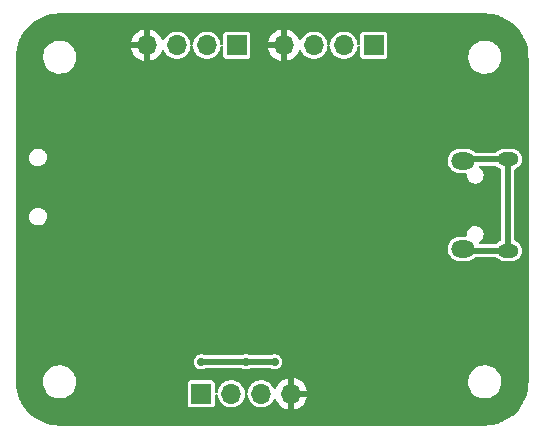
<source format=gbr>
%TF.GenerationSoftware,KiCad,Pcbnew,(6.0.1)*%
%TF.CreationDate,2022-08-30T01:47:07+05:30*%
%TF.ProjectId,STM32,53544d33-322e-46b6-9963-61645f706362,rev?*%
%TF.SameCoordinates,Original*%
%TF.FileFunction,Copper,L2,Bot*%
%TF.FilePolarity,Positive*%
%FSLAX46Y46*%
G04 Gerber Fmt 4.6, Leading zero omitted, Abs format (unit mm)*
G04 Created by KiCad (PCBNEW (6.0.1)) date 2022-08-30 01:47:07*
%MOMM*%
%LPD*%
G01*
G04 APERTURE LIST*
%TA.AperFunction,ComponentPad*%
%ADD10O,1.800000X1.150000*%
%TD*%
%TA.AperFunction,ComponentPad*%
%ADD11O,2.000000X1.450000*%
%TD*%
%TA.AperFunction,ComponentPad*%
%ADD12R,1.700000X1.700000*%
%TD*%
%TA.AperFunction,ComponentPad*%
%ADD13O,1.700000X1.700000*%
%TD*%
%TA.AperFunction,ViaPad*%
%ADD14C,0.700000*%
%TD*%
%TA.AperFunction,Conductor*%
%ADD15C,0.500000*%
%TD*%
G04 APERTURE END LIST*
D10*
%TO.P,J4,6,Shield*%
%TO.N,unconnected-(J4-Pad6)*%
X189950000Y-100630000D03*
X189950000Y-108380000D03*
D11*
X186150000Y-100780000D03*
X186150000Y-108230000D03*
%TD*%
D12*
%TO.P,J3,1,Pin_1*%
%TO.N,+3V3*%
X178600000Y-91000000D03*
D13*
%TO.P,J3,2,Pin_2*%
%TO.N,/SWDIO*%
X176060000Y-91000000D03*
%TO.P,J3,3,Pin_3*%
%TO.N,/SWCLK*%
X173520000Y-91000000D03*
%TO.P,J3,4,Pin_4*%
%TO.N,GND*%
X170980000Y-91000000D03*
%TD*%
D12*
%TO.P,J2,1,Pin_1*%
%TO.N,+3V3*%
X164000000Y-120500000D03*
D13*
%TO.P,J2,2,Pin_2*%
%TO.N,/I2C2_SCL*%
X166540000Y-120500000D03*
%TO.P,J2,3,Pin_3*%
%TO.N,/I2C2_SDA*%
X169080000Y-120500000D03*
%TO.P,J2,4,Pin_4*%
%TO.N,GND*%
X171620000Y-120500000D03*
%TD*%
D12*
%TO.P,J1,1,Pin_1*%
%TO.N,+3V3*%
X167000000Y-91000000D03*
D13*
%TO.P,J1,2,Pin_2*%
%TO.N,/UART1_TX*%
X164460000Y-91000000D03*
%TO.P,J1,3,Pin_3*%
%TO.N,/UART1_RX*%
X161920000Y-91000000D03*
%TO.P,J1,4,Pin_4*%
%TO.N,GND*%
X159380000Y-91000000D03*
%TD*%
D14*
%TO.N,GND*%
X184000000Y-102800000D03*
X160600000Y-113400000D03*
X160960545Y-105113198D03*
X161000000Y-107000000D03*
X152200000Y-103200000D03*
X177200000Y-104000000D03*
X158400000Y-102200000D03*
X156600000Y-108000000D03*
%TO.N,+3V3*%
X164000000Y-117800000D03*
X167800000Y-117800000D03*
X170200000Y-117800000D03*
%TO.N,GND*%
X184400000Y-113600000D03*
X180400000Y-110600000D03*
X180400000Y-109400000D03*
X180600000Y-114000000D03*
X179800000Y-114000000D03*
X186800000Y-110400000D03*
X166500000Y-103500000D03*
X168500000Y-112500000D03*
X165589440Y-106968696D03*
X170500000Y-108000000D03*
X162000000Y-100000000D03*
%TD*%
D15*
%TO.N,unconnected-(J4-Pad6)*%
X186300000Y-108380000D02*
X186150000Y-108230000D01*
X189950000Y-108380000D02*
X186300000Y-108380000D01*
X189950000Y-100630000D02*
X189950000Y-108380000D01*
X189950000Y-100630000D02*
X186300000Y-100630000D01*
X186300000Y-100630000D02*
X186150000Y-100780000D01*
%TO.N,+3V3*%
X167800000Y-117800000D02*
X164000000Y-117800000D01*
X167800000Y-117800000D02*
X170200000Y-117800000D01*
%TD*%
%TA.AperFunction,Conductor*%
%TO.N,GND*%
G36*
X187984438Y-88301884D02*
G01*
X188000000Y-88304628D01*
X188010684Y-88302744D01*
X188017679Y-88302744D01*
X188034432Y-88301691D01*
X188356589Y-88317519D01*
X188368686Y-88318710D01*
X188598962Y-88352868D01*
X188715806Y-88370200D01*
X188727742Y-88372574D01*
X189068152Y-88457843D01*
X189079796Y-88461376D01*
X189410184Y-88579591D01*
X189421427Y-88584247D01*
X189738666Y-88734289D01*
X189749398Y-88740026D01*
X190050380Y-88920428D01*
X190060497Y-88927188D01*
X190342366Y-89136235D01*
X190351753Y-89143938D01*
X190611789Y-89379621D01*
X190620379Y-89388211D01*
X190856062Y-89648247D01*
X190863765Y-89657634D01*
X191072812Y-89939503D01*
X191079572Y-89949620D01*
X191259974Y-90250602D01*
X191265711Y-90261334D01*
X191415753Y-90578573D01*
X191420409Y-90589816D01*
X191538624Y-90920204D01*
X191542157Y-90931848D01*
X191627426Y-91272258D01*
X191629800Y-91284194D01*
X191644039Y-91380189D01*
X191677064Y-91602822D01*
X191681289Y-91631308D01*
X191682481Y-91643411D01*
X191697653Y-91952219D01*
X191698309Y-91965566D01*
X191697256Y-91982321D01*
X191697256Y-91989316D01*
X191695372Y-92000000D01*
X191697256Y-92010685D01*
X191698116Y-92015562D01*
X191700000Y-92037094D01*
X191700000Y-119462906D01*
X191698116Y-119484438D01*
X191695372Y-119500000D01*
X191697256Y-119510684D01*
X191697256Y-119517679D01*
X191698309Y-119534432D01*
X191689727Y-119709122D01*
X191682482Y-119856583D01*
X191681290Y-119868686D01*
X191676829Y-119898758D01*
X191629800Y-120215806D01*
X191627426Y-120227742D01*
X191542157Y-120568152D01*
X191538624Y-120579796D01*
X191420409Y-120910184D01*
X191415753Y-120921427D01*
X191265711Y-121238666D01*
X191259974Y-121249398D01*
X191079572Y-121550380D01*
X191072812Y-121560497D01*
X190863765Y-121842366D01*
X190856062Y-121851753D01*
X190620379Y-122111789D01*
X190611789Y-122120379D01*
X190351753Y-122356062D01*
X190342366Y-122363765D01*
X190060497Y-122572812D01*
X190050380Y-122579572D01*
X189749398Y-122759974D01*
X189738666Y-122765711D01*
X189421427Y-122915753D01*
X189410184Y-122920409D01*
X189079796Y-123038624D01*
X189068152Y-123042157D01*
X188727742Y-123127426D01*
X188715806Y-123129800D01*
X188598962Y-123147132D01*
X188368686Y-123181290D01*
X188356589Y-123182481D01*
X188034432Y-123198309D01*
X188017679Y-123197256D01*
X188010684Y-123197256D01*
X188000000Y-123195372D01*
X187989315Y-123197256D01*
X187984438Y-123198116D01*
X187962906Y-123200000D01*
X152037094Y-123200000D01*
X152015562Y-123198116D01*
X152010685Y-123197256D01*
X152000000Y-123195372D01*
X151989316Y-123197256D01*
X151982321Y-123197256D01*
X151965568Y-123198309D01*
X151643411Y-123182481D01*
X151631314Y-123181290D01*
X151401038Y-123147132D01*
X151284194Y-123129800D01*
X151272258Y-123127426D01*
X150931848Y-123042157D01*
X150920204Y-123038624D01*
X150589816Y-122920409D01*
X150578573Y-122915753D01*
X150261334Y-122765711D01*
X150250602Y-122759974D01*
X149949620Y-122579572D01*
X149939503Y-122572812D01*
X149657634Y-122363765D01*
X149648247Y-122356062D01*
X149388211Y-122120379D01*
X149379621Y-122111789D01*
X149143938Y-121851753D01*
X149136235Y-121842366D01*
X148927188Y-121560497D01*
X148920428Y-121550380D01*
X148827084Y-121394646D01*
X162849500Y-121394646D01*
X162852618Y-121420846D01*
X162898061Y-121523153D01*
X162977287Y-121602241D01*
X162987758Y-121606870D01*
X162987759Y-121606871D01*
X163071147Y-121643737D01*
X163071149Y-121643738D01*
X163079673Y-121647506D01*
X163105354Y-121650500D01*
X164894646Y-121650500D01*
X164898300Y-121650065D01*
X164898302Y-121650065D01*
X164903266Y-121649474D01*
X164920846Y-121647382D01*
X165023153Y-121601939D01*
X165102241Y-121522713D01*
X165147506Y-121420327D01*
X165150500Y-121394646D01*
X165150500Y-120680300D01*
X165170185Y-120613261D01*
X165222989Y-120567506D01*
X165292147Y-120557562D01*
X165355703Y-120586587D01*
X165393477Y-120645365D01*
X165398234Y-120672190D01*
X165398423Y-120675072D01*
X165398425Y-120675082D01*
X165398796Y-120680749D01*
X165450845Y-120885690D01*
X165453219Y-120890841D01*
X165453221Y-120890845D01*
X165490908Y-120972594D01*
X165539369Y-121077714D01*
X165542647Y-121082352D01*
X165653119Y-121238666D01*
X165661405Y-121250391D01*
X165812865Y-121397937D01*
X165817588Y-121401093D01*
X165817592Y-121401096D01*
X165888663Y-121448584D01*
X165988677Y-121515411D01*
X166182953Y-121598878D01*
X166218277Y-121606871D01*
X166383638Y-121644289D01*
X166383642Y-121644290D01*
X166389186Y-121645544D01*
X166515315Y-121650500D01*
X166594789Y-121653623D01*
X166594791Y-121653623D01*
X166600470Y-121653846D01*
X166606090Y-121653031D01*
X166606092Y-121653031D01*
X166804103Y-121624320D01*
X166804104Y-121624320D01*
X166809730Y-121623504D01*
X166828588Y-121617103D01*
X167004565Y-121557367D01*
X167004568Y-121557366D01*
X167009955Y-121555537D01*
X167014916Y-121552759D01*
X167014922Y-121552756D01*
X167121530Y-121493052D01*
X167194442Y-121452219D01*
X167232165Y-121420846D01*
X167352645Y-121320644D01*
X167357012Y-121317012D01*
X167360644Y-121312645D01*
X167488584Y-121158813D01*
X167488585Y-121158811D01*
X167492219Y-121154442D01*
X167538078Y-121072556D01*
X167592756Y-120974922D01*
X167592759Y-120974916D01*
X167595537Y-120969955D01*
X167611232Y-120923721D01*
X167661675Y-120775118D01*
X167663504Y-120769730D01*
X167665726Y-120754404D01*
X167687820Y-120602033D01*
X167716921Y-120538512D01*
X167770225Y-120504346D01*
X167850974Y-120504346D01*
X167904347Y-120538736D01*
X167933296Y-120602327D01*
X167934271Y-120611707D01*
X167938796Y-120680749D01*
X167990845Y-120885690D01*
X167993219Y-120890841D01*
X167993221Y-120890845D01*
X168030908Y-120972594D01*
X168079369Y-121077714D01*
X168082647Y-121082352D01*
X168193119Y-121238666D01*
X168201405Y-121250391D01*
X168352865Y-121397937D01*
X168357588Y-121401093D01*
X168357592Y-121401096D01*
X168428663Y-121448584D01*
X168528677Y-121515411D01*
X168722953Y-121598878D01*
X168758277Y-121606871D01*
X168923638Y-121644289D01*
X168923642Y-121644290D01*
X168929186Y-121645544D01*
X169055315Y-121650500D01*
X169134789Y-121653623D01*
X169134791Y-121653623D01*
X169140470Y-121653846D01*
X169146090Y-121653031D01*
X169146092Y-121653031D01*
X169344103Y-121624320D01*
X169344104Y-121624320D01*
X169349730Y-121623504D01*
X169368588Y-121617103D01*
X169544565Y-121557367D01*
X169544568Y-121557366D01*
X169549955Y-121555537D01*
X169554916Y-121552759D01*
X169554922Y-121552756D01*
X169661530Y-121493052D01*
X169734442Y-121452219D01*
X169772165Y-121420846D01*
X169892645Y-121320644D01*
X169897012Y-121317012D01*
X169900644Y-121312645D01*
X170028584Y-121158813D01*
X170028585Y-121158811D01*
X170032219Y-121154442D01*
X170134059Y-120972594D01*
X170183990Y-120923721D01*
X170252418Y-120909601D01*
X170317617Y-120934717D01*
X170354630Y-120980778D01*
X170444110Y-121172667D01*
X170449508Y-121182017D01*
X170578784Y-121366643D01*
X170585719Y-121374907D01*
X170745091Y-121534279D01*
X170753357Y-121541215D01*
X170937992Y-121670498D01*
X170947324Y-121675886D01*
X171151603Y-121771143D01*
X171161736Y-121774832D01*
X171352779Y-121826022D01*
X171366653Y-121825691D01*
X171370000Y-121817875D01*
X171370000Y-121812806D01*
X171870000Y-121812806D01*
X171873910Y-121826123D01*
X171882326Y-121827333D01*
X172078264Y-121774832D01*
X172088397Y-121771143D01*
X172292676Y-121675886D01*
X172302008Y-121670498D01*
X172486643Y-121541215D01*
X172494909Y-121534279D01*
X172654281Y-121374907D01*
X172661216Y-121366643D01*
X172790492Y-121182017D01*
X172795890Y-121172667D01*
X172891143Y-120968397D01*
X172894832Y-120958264D01*
X172946022Y-120767221D01*
X172945691Y-120753347D01*
X172937875Y-120750000D01*
X171887830Y-120750000D01*
X171872831Y-120754404D01*
X171871644Y-120755774D01*
X171870000Y-120763332D01*
X171870000Y-121812806D01*
X171370000Y-121812806D01*
X171370000Y-120232170D01*
X171870000Y-120232170D01*
X171874404Y-120247169D01*
X171875774Y-120248356D01*
X171883332Y-120250000D01*
X172932806Y-120250000D01*
X172946123Y-120246090D01*
X172947333Y-120237674D01*
X172894832Y-120041736D01*
X172891143Y-120031603D01*
X172795890Y-119827333D01*
X172790492Y-119817983D01*
X172661216Y-119633357D01*
X172654281Y-119625093D01*
X172494909Y-119465721D01*
X172486643Y-119458785D01*
X172450945Y-119433789D01*
X186595996Y-119433789D01*
X186604913Y-119671295D01*
X186605990Y-119676430D01*
X186605991Y-119676435D01*
X186652639Y-119898758D01*
X186653719Y-119903904D01*
X186741020Y-120124963D01*
X186743741Y-120129447D01*
X186743743Y-120129451D01*
X186815897Y-120248356D01*
X186864319Y-120328153D01*
X186929386Y-120403136D01*
X187013440Y-120500000D01*
X187020090Y-120507664D01*
X187203880Y-120658362D01*
X187208441Y-120660958D01*
X187208442Y-120660959D01*
X187405875Y-120773345D01*
X187405880Y-120773347D01*
X187410433Y-120775939D01*
X187633844Y-120857034D01*
X187867725Y-120899326D01*
X187892619Y-120900500D01*
X188059680Y-120900500D01*
X188062296Y-120900278D01*
X188062297Y-120900278D01*
X188231590Y-120885913D01*
X188236823Y-120885469D01*
X188466874Y-120825760D01*
X188683576Y-120728143D01*
X188880732Y-120595409D01*
X189052705Y-120431355D01*
X189194579Y-120240670D01*
X189204156Y-120221834D01*
X189299913Y-120033493D01*
X189299915Y-120033488D01*
X189302295Y-120028807D01*
X189372775Y-119801824D01*
X189382710Y-119726867D01*
X189403315Y-119571412D01*
X189403315Y-119571408D01*
X189404004Y-119566211D01*
X189395819Y-119348207D01*
X189395284Y-119333949D01*
X189395284Y-119333948D01*
X189395087Y-119328705D01*
X189367700Y-119198176D01*
X189347361Y-119101242D01*
X189347360Y-119101239D01*
X189346281Y-119096096D01*
X189258980Y-118875037D01*
X189191607Y-118764009D01*
X189138408Y-118676341D01*
X189135681Y-118671847D01*
X188979910Y-118492336D01*
X188825255Y-118365527D01*
X188800179Y-118344966D01*
X188800178Y-118344965D01*
X188796120Y-118341638D01*
X188782939Y-118334135D01*
X188594125Y-118226655D01*
X188594120Y-118226653D01*
X188589567Y-118224061D01*
X188366156Y-118142966D01*
X188132275Y-118100674D01*
X188107381Y-118099500D01*
X187940320Y-118099500D01*
X187937704Y-118099722D01*
X187937703Y-118099722D01*
X187831307Y-118108750D01*
X187763177Y-118114531D01*
X187533126Y-118174240D01*
X187316424Y-118271857D01*
X187119268Y-118404591D01*
X186947295Y-118568645D01*
X186805421Y-118759330D01*
X186803042Y-118764008D01*
X186803042Y-118764009D01*
X186748875Y-118870549D01*
X186697705Y-118971193D01*
X186627225Y-119198176D01*
X186626534Y-119203386D01*
X186626534Y-119203388D01*
X186599658Y-119406163D01*
X186595996Y-119433789D01*
X172450945Y-119433789D01*
X172302008Y-119329502D01*
X172292676Y-119324114D01*
X172088397Y-119228857D01*
X172078264Y-119225168D01*
X171887221Y-119173978D01*
X171873347Y-119174309D01*
X171870000Y-119182125D01*
X171870000Y-120232170D01*
X171370000Y-120232170D01*
X171370000Y-119187194D01*
X171366090Y-119173877D01*
X171357674Y-119172667D01*
X171161736Y-119225168D01*
X171151603Y-119228857D01*
X170947333Y-119324110D01*
X170937983Y-119329508D01*
X170753357Y-119458784D01*
X170745093Y-119465719D01*
X170585719Y-119625093D01*
X170578784Y-119633357D01*
X170449508Y-119817983D01*
X170444110Y-119827333D01*
X170352664Y-120023438D01*
X170306491Y-120075877D01*
X170239298Y-120095029D01*
X170172417Y-120074813D01*
X170129071Y-120025878D01*
X170065165Y-119896290D01*
X169938651Y-119726867D01*
X169934481Y-119723012D01*
X169934478Y-119723009D01*
X169828552Y-119625093D01*
X169783381Y-119583337D01*
X169777574Y-119579673D01*
X169609363Y-119473539D01*
X169609361Y-119473538D01*
X169604554Y-119470505D01*
X169408160Y-119392152D01*
X169402579Y-119391042D01*
X169402576Y-119391041D01*
X169304468Y-119371527D01*
X169200775Y-119350901D01*
X169195088Y-119350827D01*
X169195083Y-119350826D01*
X168995034Y-119348207D01*
X168995029Y-119348207D01*
X168989346Y-119348133D01*
X168983742Y-119349096D01*
X168983741Y-119349096D01*
X168786550Y-119382979D01*
X168786547Y-119382980D01*
X168780953Y-119383941D01*
X168582575Y-119457127D01*
X168577697Y-119460029D01*
X168577695Y-119460030D01*
X168405740Y-119562332D01*
X168405737Y-119562334D01*
X168400856Y-119565238D01*
X168241881Y-119704655D01*
X168238362Y-119709119D01*
X168238359Y-119709122D01*
X168220782Y-119731419D01*
X168110976Y-119870708D01*
X168012523Y-120057836D01*
X168010837Y-120063267D01*
X168010835Y-120063271D01*
X167990286Y-120129451D01*
X167949820Y-120259773D01*
X167932851Y-120403140D01*
X167905425Y-120467398D01*
X167850974Y-120504346D01*
X167770225Y-120504346D01*
X167770667Y-120504063D01*
X167718057Y-120472081D01*
X167687453Y-120409271D01*
X167686232Y-120399909D01*
X167676601Y-120295100D01*
X167676081Y-120289440D01*
X167618686Y-120085931D01*
X167525165Y-119896290D01*
X167398651Y-119726867D01*
X167394481Y-119723012D01*
X167394478Y-119723009D01*
X167288552Y-119625093D01*
X167243381Y-119583337D01*
X167237574Y-119579673D01*
X167069363Y-119473539D01*
X167069361Y-119473538D01*
X167064554Y-119470505D01*
X166868160Y-119392152D01*
X166862579Y-119391042D01*
X166862576Y-119391041D01*
X166764468Y-119371527D01*
X166660775Y-119350901D01*
X166655088Y-119350827D01*
X166655083Y-119350826D01*
X166455034Y-119348207D01*
X166455029Y-119348207D01*
X166449346Y-119348133D01*
X166443742Y-119349096D01*
X166443741Y-119349096D01*
X166246550Y-119382979D01*
X166246547Y-119382980D01*
X166240953Y-119383941D01*
X166042575Y-119457127D01*
X166037697Y-119460029D01*
X166037695Y-119460030D01*
X165865740Y-119562332D01*
X165865737Y-119562334D01*
X165860856Y-119565238D01*
X165701881Y-119704655D01*
X165698362Y-119709119D01*
X165698359Y-119709122D01*
X165680782Y-119731419D01*
X165570976Y-119870708D01*
X165472523Y-120057836D01*
X165470837Y-120063267D01*
X165470835Y-120063271D01*
X165450286Y-120129451D01*
X165409820Y-120259773D01*
X165409152Y-120265418D01*
X165409151Y-120265422D01*
X165397640Y-120362681D01*
X165370213Y-120426942D01*
X165312397Y-120466173D01*
X165242549Y-120467919D01*
X165182845Y-120431625D01*
X165152241Y-120368814D01*
X165150500Y-120348106D01*
X165150500Y-119605354D01*
X165147382Y-119579154D01*
X165101939Y-119476847D01*
X165022713Y-119397759D01*
X165012242Y-119393130D01*
X165012241Y-119393129D01*
X164928853Y-119356263D01*
X164928851Y-119356262D01*
X164920327Y-119352494D01*
X164894646Y-119349500D01*
X163105354Y-119349500D01*
X163101700Y-119349935D01*
X163101698Y-119349935D01*
X163096734Y-119350526D01*
X163079154Y-119352618D01*
X162976847Y-119398061D01*
X162897759Y-119477287D01*
X162893130Y-119487758D01*
X162893129Y-119487759D01*
X162858446Y-119566211D01*
X162852494Y-119579673D01*
X162849500Y-119605354D01*
X162849500Y-121394646D01*
X148827084Y-121394646D01*
X148740026Y-121249398D01*
X148734289Y-121238666D01*
X148584247Y-120921427D01*
X148579591Y-120910184D01*
X148461376Y-120579796D01*
X148457843Y-120568152D01*
X148372574Y-120227742D01*
X148370200Y-120215806D01*
X148323171Y-119898758D01*
X148318710Y-119868686D01*
X148317518Y-119856583D01*
X148310274Y-119709122D01*
X148301691Y-119534432D01*
X148302744Y-119517679D01*
X148302744Y-119510684D01*
X148304628Y-119500000D01*
X148301884Y-119484438D01*
X148300000Y-119462906D01*
X148300000Y-119433789D01*
X150595996Y-119433789D01*
X150604913Y-119671295D01*
X150605990Y-119676430D01*
X150605991Y-119676435D01*
X150652639Y-119898758D01*
X150653719Y-119903904D01*
X150741020Y-120124963D01*
X150743741Y-120129447D01*
X150743743Y-120129451D01*
X150815897Y-120248356D01*
X150864319Y-120328153D01*
X150929386Y-120403136D01*
X151013440Y-120500000D01*
X151020090Y-120507664D01*
X151203880Y-120658362D01*
X151208441Y-120660958D01*
X151208442Y-120660959D01*
X151405875Y-120773345D01*
X151405880Y-120773347D01*
X151410433Y-120775939D01*
X151633844Y-120857034D01*
X151867725Y-120899326D01*
X151892619Y-120900500D01*
X152059680Y-120900500D01*
X152062296Y-120900278D01*
X152062297Y-120900278D01*
X152231590Y-120885913D01*
X152236823Y-120885469D01*
X152466874Y-120825760D01*
X152683576Y-120728143D01*
X152880732Y-120595409D01*
X153052705Y-120431355D01*
X153194579Y-120240670D01*
X153204156Y-120221834D01*
X153299913Y-120033493D01*
X153299915Y-120033488D01*
X153302295Y-120028807D01*
X153372775Y-119801824D01*
X153382710Y-119726867D01*
X153403315Y-119571412D01*
X153403315Y-119571408D01*
X153404004Y-119566211D01*
X153395819Y-119348207D01*
X153395284Y-119333949D01*
X153395284Y-119333948D01*
X153395087Y-119328705D01*
X153367700Y-119198176D01*
X153347361Y-119101242D01*
X153347360Y-119101239D01*
X153346281Y-119096096D01*
X153258980Y-118875037D01*
X153191607Y-118764009D01*
X153138408Y-118676341D01*
X153135681Y-118671847D01*
X152979910Y-118492336D01*
X152825255Y-118365527D01*
X152800179Y-118344966D01*
X152800178Y-118344965D01*
X152796120Y-118341638D01*
X152782939Y-118334135D01*
X152594125Y-118226655D01*
X152594120Y-118226653D01*
X152589567Y-118224061D01*
X152366156Y-118142966D01*
X152132275Y-118100674D01*
X152107381Y-118099500D01*
X151940320Y-118099500D01*
X151937704Y-118099722D01*
X151937703Y-118099722D01*
X151831307Y-118108750D01*
X151763177Y-118114531D01*
X151533126Y-118174240D01*
X151316424Y-118271857D01*
X151119268Y-118404591D01*
X150947295Y-118568645D01*
X150805421Y-118759330D01*
X150803042Y-118764008D01*
X150803042Y-118764009D01*
X150748875Y-118870549D01*
X150697705Y-118971193D01*
X150627225Y-119198176D01*
X150626534Y-119203386D01*
X150626534Y-119203388D01*
X150599658Y-119406163D01*
X150595996Y-119433789D01*
X148300000Y-119433789D01*
X148300000Y-117793138D01*
X163344758Y-117793138D01*
X163345578Y-117800566D01*
X163345578Y-117800568D01*
X163347474Y-117817744D01*
X163362035Y-117949633D01*
X163416143Y-118097490D01*
X163420314Y-118103697D01*
X163469167Y-118176397D01*
X163503958Y-118228172D01*
X163526183Y-118248395D01*
X163614878Y-118329102D01*
X163614882Y-118329105D01*
X163620410Y-118334135D01*
X163626980Y-118337702D01*
X163626981Y-118337703D01*
X163744775Y-118401660D01*
X163758776Y-118409262D01*
X163861031Y-118436088D01*
X163903841Y-118447319D01*
X163903843Y-118447319D01*
X163911069Y-118449215D01*
X163988127Y-118450425D01*
X164061025Y-118451571D01*
X164061028Y-118451571D01*
X164068495Y-118451688D01*
X164075776Y-118450020D01*
X164075780Y-118450020D01*
X164214677Y-118418208D01*
X164214678Y-118418208D01*
X164221968Y-118416538D01*
X164326981Y-118363722D01*
X164382697Y-118350500D01*
X167419058Y-118350500D01*
X167478226Y-118365527D01*
X167558776Y-118409262D01*
X167661031Y-118436088D01*
X167703841Y-118447319D01*
X167703843Y-118447319D01*
X167711069Y-118449215D01*
X167788127Y-118450425D01*
X167861025Y-118451571D01*
X167861028Y-118451571D01*
X167868495Y-118451688D01*
X167875776Y-118450020D01*
X167875780Y-118450020D01*
X168014677Y-118418208D01*
X168014678Y-118418208D01*
X168021968Y-118416538D01*
X168126981Y-118363722D01*
X168182697Y-118350500D01*
X169819058Y-118350500D01*
X169878226Y-118365527D01*
X169958776Y-118409262D01*
X170061031Y-118436088D01*
X170103841Y-118447319D01*
X170103843Y-118447319D01*
X170111069Y-118449215D01*
X170188127Y-118450425D01*
X170261025Y-118451571D01*
X170261028Y-118451571D01*
X170268495Y-118451688D01*
X170275776Y-118450020D01*
X170275780Y-118450020D01*
X170414681Y-118418207D01*
X170421968Y-118416538D01*
X170562625Y-118345795D01*
X170568306Y-118340943D01*
X170568309Y-118340941D01*
X170676666Y-118248395D01*
X170676667Y-118248394D01*
X170682348Y-118243542D01*
X170693393Y-118228172D01*
X170713798Y-118199775D01*
X170774224Y-118115683D01*
X170832950Y-117969598D01*
X170834793Y-117956649D01*
X170854562Y-117817744D01*
X170854562Y-117817740D01*
X170855134Y-117813723D01*
X170855278Y-117800000D01*
X170836363Y-117643694D01*
X170780710Y-117496412D01*
X170772337Y-117484229D01*
X170695768Y-117372821D01*
X170695765Y-117372818D01*
X170691531Y-117366657D01*
X170573976Y-117261919D01*
X170434831Y-117188245D01*
X170282128Y-117149889D01*
X170200329Y-117149461D01*
X170132158Y-117149104D01*
X170132157Y-117149104D01*
X170124684Y-117149065D01*
X170117421Y-117150809D01*
X170117418Y-117150809D01*
X170048136Y-117167443D01*
X169971588Y-117185820D01*
X169906418Y-117219457D01*
X169874968Y-117235689D01*
X169818096Y-117249500D01*
X168181324Y-117249500D01*
X168123301Y-117235087D01*
X168041443Y-117191745D01*
X168041437Y-117191743D01*
X168034831Y-117188245D01*
X167882128Y-117149889D01*
X167800329Y-117149461D01*
X167732158Y-117149104D01*
X167732157Y-117149104D01*
X167724684Y-117149065D01*
X167717421Y-117150809D01*
X167717418Y-117150809D01*
X167648136Y-117167443D01*
X167571588Y-117185820D01*
X167506418Y-117219457D01*
X167474968Y-117235689D01*
X167418096Y-117249500D01*
X164381324Y-117249500D01*
X164323301Y-117235087D01*
X164241443Y-117191745D01*
X164241437Y-117191743D01*
X164234831Y-117188245D01*
X164082128Y-117149889D01*
X164000329Y-117149461D01*
X163932158Y-117149104D01*
X163932157Y-117149104D01*
X163924684Y-117149065D01*
X163917421Y-117150809D01*
X163917418Y-117150809D01*
X163848136Y-117167443D01*
X163771588Y-117185820D01*
X163631679Y-117258032D01*
X163513034Y-117361533D01*
X163422501Y-117490348D01*
X163365309Y-117637039D01*
X163344758Y-117793138D01*
X148300000Y-117793138D01*
X148300000Y-108222806D01*
X184844563Y-108222806D01*
X184845112Y-108228839D01*
X184845112Y-108228843D01*
X184846665Y-108245904D01*
X184862790Y-108423089D01*
X184864501Y-108428902D01*
X184864501Y-108428903D01*
X184917859Y-108610198D01*
X184919572Y-108616018D01*
X185012746Y-108794243D01*
X185016571Y-108799000D01*
X185134137Y-108945222D01*
X185138763Y-108950976D01*
X185292823Y-109080248D01*
X185469058Y-109177134D01*
X185474840Y-109178968D01*
X185474842Y-109178969D01*
X185654976Y-109236111D01*
X185654978Y-109236111D01*
X185660755Y-109237944D01*
X185715287Y-109244061D01*
X185813815Y-109255113D01*
X185813821Y-109255113D01*
X185817268Y-109255500D01*
X186475606Y-109255500D01*
X186478621Y-109255204D01*
X186478629Y-109255204D01*
X186619115Y-109241429D01*
X186619117Y-109241429D01*
X186625151Y-109240837D01*
X186817679Y-109182710D01*
X186995249Y-109088294D01*
X187151099Y-108961186D01*
X187152214Y-108962553D01*
X187206324Y-108933245D01*
X187232269Y-108930500D01*
X188886386Y-108930500D01*
X188953425Y-108950185D01*
X188981096Y-108974462D01*
X189017678Y-109017751D01*
X189023012Y-109021829D01*
X189163456Y-109129207D01*
X189163459Y-109129209D01*
X189168793Y-109133287D01*
X189174882Y-109136126D01*
X189174883Y-109136127D01*
X189335109Y-109210841D01*
X189341193Y-109213678D01*
X189347738Y-109215141D01*
X189347741Y-109215142D01*
X189439890Y-109235740D01*
X189526834Y-109255174D01*
X189532665Y-109255500D01*
X190322517Y-109255500D01*
X190464109Y-109240118D01*
X190644396Y-109179445D01*
X190807447Y-109081474D01*
X190945658Y-108950775D01*
X190949432Y-108945222D01*
X191048804Y-108799000D01*
X191048806Y-108798997D01*
X191052578Y-108793446D01*
X191055070Y-108787216D01*
X191055072Y-108787212D01*
X191120727Y-108623062D01*
X191123221Y-108616827D01*
X191124318Y-108610202D01*
X191153192Y-108435788D01*
X191153192Y-108435786D01*
X191154289Y-108429160D01*
X191144333Y-108239199D01*
X191093819Y-108055807D01*
X191005102Y-107887540D01*
X190961947Y-107836472D01*
X190886655Y-107747376D01*
X190886653Y-107747374D01*
X190882322Y-107742249D01*
X190798976Y-107678526D01*
X190736544Y-107630793D01*
X190736541Y-107630791D01*
X190731207Y-107626713D01*
X190572095Y-107552518D01*
X190519656Y-107506347D01*
X190500500Y-107440137D01*
X190500500Y-101566974D01*
X190520185Y-101499935D01*
X190572989Y-101454180D01*
X190584949Y-101449451D01*
X190638025Y-101431589D01*
X190644396Y-101429445D01*
X190807447Y-101331474D01*
X190945658Y-101200775D01*
X190949432Y-101195222D01*
X191048804Y-101049000D01*
X191048806Y-101048997D01*
X191052578Y-101043446D01*
X191055070Y-101037216D01*
X191055072Y-101037212D01*
X191120727Y-100873062D01*
X191123221Y-100866827D01*
X191124318Y-100860202D01*
X191153192Y-100685788D01*
X191153192Y-100685786D01*
X191154289Y-100679160D01*
X191144333Y-100489199D01*
X191093819Y-100305807D01*
X191005102Y-100137540D01*
X190990134Y-100119827D01*
X190886655Y-99997376D01*
X190886653Y-99997374D01*
X190882322Y-99992249D01*
X190795087Y-99925553D01*
X190736544Y-99880793D01*
X190736541Y-99880791D01*
X190731207Y-99876713D01*
X190639643Y-99834016D01*
X190564891Y-99799159D01*
X190558807Y-99796322D01*
X190552262Y-99794859D01*
X190552259Y-99794858D01*
X190440522Y-99769882D01*
X190373166Y-99754826D01*
X190367335Y-99754500D01*
X189577483Y-99754500D01*
X189435891Y-99769882D01*
X189255604Y-99830555D01*
X189092553Y-99928526D01*
X189087676Y-99933138D01*
X188968754Y-100045596D01*
X188906520Y-100077355D01*
X188883556Y-100079500D01*
X187230771Y-100079500D01*
X187163732Y-100059815D01*
X187151065Y-100050489D01*
X187149069Y-100048814D01*
X187007177Y-99929752D01*
X186830942Y-99832866D01*
X186825160Y-99831032D01*
X186825158Y-99831031D01*
X186645024Y-99773889D01*
X186645022Y-99773889D01*
X186639245Y-99772056D01*
X186584713Y-99765939D01*
X186486185Y-99754887D01*
X186486179Y-99754887D01*
X186482732Y-99754500D01*
X185824394Y-99754500D01*
X185821379Y-99754796D01*
X185821371Y-99754796D01*
X185680885Y-99768571D01*
X185680883Y-99768571D01*
X185674849Y-99769163D01*
X185482321Y-99827290D01*
X185476970Y-99830135D01*
X185476968Y-99830136D01*
X185310109Y-99918857D01*
X185304751Y-99921706D01*
X185148901Y-100048814D01*
X185020708Y-100203773D01*
X185017822Y-100209110D01*
X185017821Y-100209112D01*
X184962039Y-100312280D01*
X184925055Y-100380680D01*
X184865585Y-100572797D01*
X184844563Y-100772806D01*
X184845112Y-100778839D01*
X184845112Y-100778843D01*
X184853119Y-100866827D01*
X184862790Y-100973089D01*
X184864501Y-100978902D01*
X184864501Y-100978903D01*
X184895324Y-101083630D01*
X184919572Y-101166018D01*
X185012746Y-101344243D01*
X185138763Y-101500976D01*
X185292823Y-101630248D01*
X185469058Y-101727134D01*
X185474840Y-101728968D01*
X185474842Y-101728969D01*
X185654976Y-101786111D01*
X185654978Y-101786111D01*
X185660755Y-101787944D01*
X185715287Y-101794061D01*
X185813815Y-101805113D01*
X185813821Y-101805113D01*
X185817268Y-101805500D01*
X186378291Y-101805500D01*
X186445330Y-101825185D01*
X186491085Y-101877989D01*
X186501230Y-101945685D01*
X186494394Y-101997611D01*
X186495214Y-102005039D01*
X186495214Y-102005041D01*
X186496841Y-102019778D01*
X186512999Y-102166135D01*
X186515565Y-102173147D01*
X186515566Y-102173151D01*
X186568697Y-102318336D01*
X186571266Y-102325356D01*
X186575433Y-102331558D01*
X186575435Y-102331561D01*
X186588510Y-102351018D01*
X186665830Y-102466083D01*
X186671360Y-102471115D01*
X186785702Y-102575159D01*
X186785706Y-102575162D01*
X186791233Y-102580191D01*
X186940235Y-102661092D01*
X187035585Y-102686107D01*
X187097005Y-102702220D01*
X187097007Y-102702220D01*
X187104233Y-102704116D01*
X187187178Y-102705419D01*
X187266290Y-102706662D01*
X187266293Y-102706662D01*
X187273760Y-102706779D01*
X187396209Y-102678735D01*
X187431738Y-102670598D01*
X187431739Y-102670598D01*
X187439029Y-102668928D01*
X187514111Y-102631166D01*
X187583820Y-102596106D01*
X187583822Y-102596105D01*
X187590498Y-102592747D01*
X187596180Y-102587894D01*
X187596183Y-102587892D01*
X187713741Y-102487487D01*
X187719423Y-102482634D01*
X187818361Y-102344947D01*
X187881601Y-102187634D01*
X187905490Y-102019778D01*
X187905645Y-102005000D01*
X187885276Y-101836680D01*
X187866168Y-101786111D01*
X187827989Y-101685073D01*
X187827987Y-101685070D01*
X187825345Y-101678077D01*
X187792473Y-101630248D01*
X187733549Y-101544513D01*
X187733546Y-101544510D01*
X187729312Y-101538349D01*
X187661433Y-101477871D01*
X187608303Y-101430533D01*
X187608301Y-101430532D01*
X187602721Y-101425560D01*
X187581052Y-101414087D01*
X187531016Y-101365321D01*
X187515287Y-101297245D01*
X187538861Y-101231472D01*
X187594251Y-101188885D01*
X187639075Y-101180500D01*
X188886386Y-101180500D01*
X188953425Y-101200185D01*
X188981096Y-101224462D01*
X189017678Y-101267751D01*
X189023012Y-101271829D01*
X189163456Y-101379207D01*
X189163459Y-101379209D01*
X189168793Y-101383287D01*
X189327905Y-101457482D01*
X189380344Y-101503653D01*
X189399500Y-101569863D01*
X189399500Y-107443026D01*
X189379815Y-107510065D01*
X189327011Y-107555820D01*
X189315051Y-107560549D01*
X189255604Y-107580555D01*
X189092553Y-107678526D01*
X189087676Y-107683138D01*
X188968754Y-107795596D01*
X188906520Y-107827355D01*
X188883556Y-107829500D01*
X187642287Y-107829500D01*
X187575248Y-107809815D01*
X187529493Y-107757011D01*
X187519549Y-107687853D01*
X187548574Y-107624297D01*
X187578236Y-107601210D01*
X187577593Y-107600243D01*
X187583821Y-107596105D01*
X187590498Y-107592747D01*
X187596180Y-107587894D01*
X187596183Y-107587892D01*
X187713741Y-107487487D01*
X187719423Y-107482634D01*
X187818361Y-107344947D01*
X187881601Y-107187634D01*
X187905490Y-107019778D01*
X187905645Y-107005000D01*
X187885276Y-106836680D01*
X187825345Y-106678077D01*
X187816657Y-106665436D01*
X187733549Y-106544513D01*
X187733546Y-106544510D01*
X187729312Y-106538349D01*
X187602721Y-106425560D01*
X187588347Y-106417949D01*
X187459489Y-106349723D01*
X187452881Y-106346224D01*
X187288441Y-106304919D01*
X187202248Y-106304468D01*
X187126368Y-106304070D01*
X187126367Y-106304070D01*
X187118895Y-106304031D01*
X187097235Y-106309231D01*
X186961295Y-106341868D01*
X186961293Y-106341869D01*
X186954032Y-106343612D01*
X186947399Y-106347035D01*
X186947395Y-106347037D01*
X186880465Y-106381583D01*
X186803369Y-106421375D01*
X186675604Y-106532831D01*
X186578113Y-106671547D01*
X186516524Y-106829513D01*
X186494394Y-106997611D01*
X186495214Y-107005039D01*
X186495214Y-107005041D01*
X186502043Y-107066893D01*
X186489834Y-107135687D01*
X186442370Y-107186960D01*
X186378792Y-107204500D01*
X185824394Y-107204500D01*
X185821379Y-107204796D01*
X185821371Y-107204796D01*
X185680885Y-107218571D01*
X185680883Y-107218571D01*
X185674849Y-107219163D01*
X185482321Y-107277290D01*
X185304751Y-107371706D01*
X185148901Y-107498814D01*
X185020708Y-107653773D01*
X185017822Y-107659110D01*
X185017821Y-107659112D01*
X184936337Y-107809815D01*
X184925055Y-107830680D01*
X184865585Y-108022797D01*
X184844563Y-108222806D01*
X148300000Y-108222806D01*
X148300000Y-105540862D01*
X149415497Y-105540862D01*
X149445134Y-105713340D01*
X149513654Y-105874373D01*
X149517921Y-105880171D01*
X149517922Y-105880173D01*
X149575092Y-105957857D01*
X149617383Y-106015324D01*
X149622874Y-106019989D01*
X149622875Y-106019990D01*
X149745261Y-106123965D01*
X149745264Y-106123967D01*
X149750755Y-106128632D01*
X149757172Y-106131909D01*
X149757174Y-106131910D01*
X149823616Y-106165837D01*
X149906616Y-106208219D01*
X149913612Y-106209931D01*
X149913615Y-106209932D01*
X149984763Y-106227341D01*
X150076606Y-106249815D01*
X150082114Y-106250157D01*
X150082116Y-106250157D01*
X150085744Y-106250382D01*
X150085748Y-106250382D01*
X150087648Y-106250500D01*
X150213822Y-106250500D01*
X150343828Y-106235343D01*
X150350595Y-106232887D01*
X150350598Y-106232886D01*
X150501557Y-106178090D01*
X150501558Y-106178089D01*
X150508331Y-106175631D01*
X150654685Y-106079677D01*
X150659637Y-106074449D01*
X150659640Y-106074447D01*
X150770087Y-105957857D01*
X150770089Y-105957855D01*
X150775040Y-105952628D01*
X150778656Y-105946403D01*
X150778658Y-105946400D01*
X150859322Y-105807525D01*
X150862939Y-105801298D01*
X150913667Y-105633807D01*
X150924503Y-105459138D01*
X150894866Y-105286660D01*
X150826346Y-105125627D01*
X150773340Y-105053600D01*
X150726888Y-104990479D01*
X150726886Y-104990477D01*
X150722617Y-104984676D01*
X150642216Y-104916370D01*
X150594739Y-104876035D01*
X150594736Y-104876033D01*
X150589245Y-104871368D01*
X150582828Y-104868091D01*
X150582826Y-104868090D01*
X150492388Y-104821910D01*
X150433384Y-104791781D01*
X150426388Y-104790069D01*
X150426385Y-104790068D01*
X150355237Y-104772659D01*
X150263394Y-104750185D01*
X150257886Y-104749843D01*
X150257884Y-104749843D01*
X150254256Y-104749618D01*
X150254252Y-104749618D01*
X150252352Y-104749500D01*
X150126178Y-104749500D01*
X149996172Y-104764657D01*
X149989405Y-104767113D01*
X149989402Y-104767114D01*
X149838443Y-104821910D01*
X149831669Y-104824369D01*
X149685315Y-104920323D01*
X149680363Y-104925551D01*
X149680360Y-104925553D01*
X149618855Y-104990479D01*
X149564960Y-105047372D01*
X149561344Y-105053597D01*
X149561342Y-105053600D01*
X149522875Y-105119827D01*
X149477061Y-105198702D01*
X149426333Y-105366193D01*
X149415497Y-105540862D01*
X148300000Y-105540862D01*
X148300000Y-100540862D01*
X149415497Y-100540862D01*
X149445134Y-100713340D01*
X149513654Y-100874373D01*
X149517921Y-100880171D01*
X149517922Y-100880173D01*
X149575092Y-100957857D01*
X149617383Y-101015324D01*
X149622874Y-101019989D01*
X149622875Y-101019990D01*
X149745261Y-101123965D01*
X149745264Y-101123967D01*
X149750755Y-101128632D01*
X149757172Y-101131909D01*
X149757174Y-101131910D01*
X149812573Y-101160198D01*
X149906616Y-101208219D01*
X149913612Y-101209931D01*
X149913615Y-101209932D01*
X149973000Y-101224463D01*
X150076606Y-101249815D01*
X150082114Y-101250157D01*
X150082116Y-101250157D01*
X150085744Y-101250382D01*
X150085748Y-101250382D01*
X150087648Y-101250500D01*
X150213822Y-101250500D01*
X150343828Y-101235343D01*
X150350595Y-101232887D01*
X150350598Y-101232886D01*
X150501557Y-101178090D01*
X150501558Y-101178089D01*
X150508331Y-101175631D01*
X150654685Y-101079677D01*
X150659637Y-101074449D01*
X150659640Y-101074447D01*
X150770087Y-100957857D01*
X150770089Y-100957855D01*
X150775040Y-100952628D01*
X150778656Y-100946403D01*
X150778658Y-100946400D01*
X150859322Y-100807525D01*
X150862939Y-100801298D01*
X150913667Y-100633807D01*
X150924503Y-100459138D01*
X150894866Y-100286660D01*
X150826346Y-100125627D01*
X150790822Y-100077355D01*
X150726888Y-99990479D01*
X150726886Y-99990477D01*
X150722617Y-99984676D01*
X150661953Y-99933138D01*
X150594739Y-99876035D01*
X150594736Y-99876033D01*
X150589245Y-99871368D01*
X150582828Y-99868091D01*
X150582826Y-99868090D01*
X150492388Y-99821910D01*
X150433384Y-99791781D01*
X150426388Y-99790069D01*
X150426385Y-99790068D01*
X150348111Y-99770915D01*
X150263394Y-99750185D01*
X150257886Y-99749843D01*
X150257884Y-99749843D01*
X150254256Y-99749618D01*
X150254252Y-99749618D01*
X150252352Y-99749500D01*
X150126178Y-99749500D01*
X149996172Y-99764657D01*
X149989405Y-99767113D01*
X149989402Y-99767114D01*
X149838443Y-99821910D01*
X149831669Y-99824369D01*
X149685315Y-99920323D01*
X149680363Y-99925551D01*
X149680360Y-99925553D01*
X149569913Y-100042143D01*
X149564960Y-100047372D01*
X149561344Y-100053597D01*
X149561342Y-100053600D01*
X149509136Y-100143480D01*
X149477061Y-100198702D01*
X149426333Y-100366193D01*
X149425434Y-100380680D01*
X149419104Y-100482726D01*
X149415497Y-100540862D01*
X148300000Y-100540862D01*
X148300000Y-92037094D01*
X148301884Y-92015562D01*
X148302744Y-92010685D01*
X148304628Y-92000000D01*
X148302744Y-91989316D01*
X148302744Y-91982321D01*
X148301691Y-91965566D01*
X148302347Y-91952219D01*
X148303252Y-91933789D01*
X150595996Y-91933789D01*
X150599066Y-92015562D01*
X150604250Y-92153623D01*
X150604913Y-92171295D01*
X150605990Y-92176430D01*
X150605991Y-92176435D01*
X150637399Y-92326123D01*
X150653719Y-92403904D01*
X150741020Y-92624963D01*
X150743741Y-92629447D01*
X150743743Y-92629451D01*
X150811233Y-92740670D01*
X150864319Y-92828153D01*
X151020090Y-93007664D01*
X151203880Y-93158362D01*
X151208441Y-93160958D01*
X151208442Y-93160959D01*
X151405875Y-93273345D01*
X151405880Y-93273347D01*
X151410433Y-93275939D01*
X151633844Y-93357034D01*
X151867725Y-93399326D01*
X151892619Y-93400500D01*
X152059680Y-93400500D01*
X152062296Y-93400278D01*
X152062297Y-93400278D01*
X152231590Y-93385913D01*
X152236823Y-93385469D01*
X152466874Y-93325760D01*
X152683576Y-93228143D01*
X152880732Y-93095409D01*
X153052705Y-92931355D01*
X153194579Y-92740670D01*
X153196958Y-92735991D01*
X153299913Y-92533493D01*
X153299915Y-92533488D01*
X153302295Y-92528807D01*
X153372775Y-92301824D01*
X153389395Y-92176435D01*
X153403315Y-92071412D01*
X153403315Y-92071408D01*
X153404004Y-92066211D01*
X153395087Y-91828705D01*
X153391718Y-91812645D01*
X153347361Y-91601242D01*
X153347360Y-91601239D01*
X153346281Y-91596096D01*
X153340854Y-91582352D01*
X153298938Y-91476216D01*
X153258980Y-91375037D01*
X153191664Y-91264103D01*
X153190586Y-91262326D01*
X158052667Y-91262326D01*
X158105168Y-91458264D01*
X158108857Y-91468397D01*
X158204110Y-91672667D01*
X158209508Y-91682017D01*
X158338784Y-91866643D01*
X158345719Y-91874907D01*
X158505091Y-92034279D01*
X158513357Y-92041215D01*
X158697992Y-92170498D01*
X158707324Y-92175886D01*
X158911603Y-92271143D01*
X158921736Y-92274832D01*
X159112779Y-92326022D01*
X159126653Y-92325691D01*
X159130000Y-92317875D01*
X159130000Y-92312806D01*
X159630000Y-92312806D01*
X159633910Y-92326123D01*
X159642326Y-92327333D01*
X159838264Y-92274832D01*
X159848397Y-92271143D01*
X160052676Y-92175886D01*
X160062008Y-92170498D01*
X160246643Y-92041215D01*
X160254909Y-92034279D01*
X160414281Y-91874907D01*
X160421216Y-91866643D01*
X160550492Y-91682017D01*
X160555890Y-91672667D01*
X160647656Y-91475876D01*
X160693829Y-91423437D01*
X160761022Y-91404285D01*
X160827903Y-91424501D01*
X160872648Y-91476368D01*
X160919369Y-91577714D01*
X160922647Y-91582352D01*
X161008187Y-91703388D01*
X161041405Y-91750391D01*
X161192865Y-91897937D01*
X161197588Y-91901093D01*
X161197592Y-91901096D01*
X161246521Y-91933789D01*
X161368677Y-92015411D01*
X161562953Y-92098878D01*
X161598277Y-92106871D01*
X161763638Y-92144289D01*
X161763642Y-92144290D01*
X161769186Y-92145544D01*
X161895315Y-92150500D01*
X161974789Y-92153623D01*
X161974791Y-92153623D01*
X161980470Y-92153846D01*
X161986090Y-92153031D01*
X161986092Y-92153031D01*
X162184103Y-92124320D01*
X162184104Y-92124320D01*
X162189730Y-92123504D01*
X162208588Y-92117103D01*
X162384565Y-92057367D01*
X162384568Y-92057366D01*
X162389955Y-92055537D01*
X162394916Y-92052759D01*
X162394922Y-92052756D01*
X162550609Y-91965566D01*
X162574442Y-91952219D01*
X162602856Y-91928588D01*
X162732645Y-91820644D01*
X162737012Y-91817012D01*
X162740644Y-91812645D01*
X162868584Y-91658813D01*
X162868585Y-91658811D01*
X162872219Y-91654442D01*
X162972031Y-91476216D01*
X162972756Y-91474922D01*
X162972759Y-91474916D01*
X162975537Y-91469955D01*
X163006009Y-91380189D01*
X163041675Y-91275118D01*
X163043504Y-91269730D01*
X163045954Y-91252831D01*
X163067820Y-91102033D01*
X163096921Y-91038512D01*
X163150225Y-91004346D01*
X163230974Y-91004346D01*
X163284347Y-91038736D01*
X163313296Y-91102327D01*
X163314271Y-91111707D01*
X163318796Y-91180749D01*
X163370845Y-91385690D01*
X163373219Y-91390841D01*
X163373221Y-91390845D01*
X163410262Y-91471193D01*
X163459369Y-91577714D01*
X163462647Y-91582352D01*
X163548187Y-91703388D01*
X163581405Y-91750391D01*
X163732865Y-91897937D01*
X163737588Y-91901093D01*
X163737592Y-91901096D01*
X163786521Y-91933789D01*
X163908677Y-92015411D01*
X164102953Y-92098878D01*
X164138277Y-92106871D01*
X164303638Y-92144289D01*
X164303642Y-92144290D01*
X164309186Y-92145544D01*
X164435315Y-92150500D01*
X164514789Y-92153623D01*
X164514791Y-92153623D01*
X164520470Y-92153846D01*
X164526090Y-92153031D01*
X164526092Y-92153031D01*
X164724103Y-92124320D01*
X164724104Y-92124320D01*
X164729730Y-92123504D01*
X164748588Y-92117103D01*
X164924565Y-92057367D01*
X164924568Y-92057366D01*
X164929955Y-92055537D01*
X164934916Y-92052759D01*
X164934922Y-92052756D01*
X165090609Y-91965566D01*
X165114442Y-91952219D01*
X165142856Y-91928588D01*
X165272645Y-91820644D01*
X165277012Y-91817012D01*
X165280644Y-91812645D01*
X165408584Y-91658813D01*
X165408585Y-91658811D01*
X165412219Y-91654442D01*
X165512031Y-91476216D01*
X165512756Y-91474922D01*
X165512759Y-91474916D01*
X165515537Y-91469955D01*
X165546009Y-91380189D01*
X165581675Y-91275118D01*
X165583504Y-91269730D01*
X165597045Y-91176341D01*
X165602783Y-91136769D01*
X165631884Y-91073248D01*
X165690707Y-91035543D01*
X165760577Y-91035627D01*
X165819310Y-91073471D01*
X165848259Y-91137061D01*
X165849500Y-91154562D01*
X165849500Y-91894646D01*
X165852618Y-91920846D01*
X165898061Y-92023153D01*
X165977287Y-92102241D01*
X165987758Y-92106870D01*
X165987759Y-92106871D01*
X166071147Y-92143737D01*
X166071149Y-92143738D01*
X166079673Y-92147506D01*
X166105354Y-92150500D01*
X167894646Y-92150500D01*
X167898300Y-92150065D01*
X167898302Y-92150065D01*
X167903266Y-92149474D01*
X167920846Y-92147382D01*
X168023153Y-92101939D01*
X168102241Y-92022713D01*
X168107559Y-92010685D01*
X168143737Y-91928853D01*
X168143738Y-91928851D01*
X168147506Y-91920327D01*
X168150500Y-91894646D01*
X168150500Y-91262326D01*
X169652667Y-91262326D01*
X169705168Y-91458264D01*
X169708857Y-91468397D01*
X169804110Y-91672667D01*
X169809508Y-91682017D01*
X169938784Y-91866643D01*
X169945719Y-91874907D01*
X170105091Y-92034279D01*
X170113357Y-92041215D01*
X170297992Y-92170498D01*
X170307324Y-92175886D01*
X170511603Y-92271143D01*
X170521736Y-92274832D01*
X170712779Y-92326022D01*
X170726653Y-92325691D01*
X170730000Y-92317875D01*
X170730000Y-92312806D01*
X171230000Y-92312806D01*
X171233910Y-92326123D01*
X171242326Y-92327333D01*
X171438264Y-92274832D01*
X171448397Y-92271143D01*
X171652676Y-92175886D01*
X171662008Y-92170498D01*
X171846643Y-92041215D01*
X171854909Y-92034279D01*
X172014281Y-91874907D01*
X172021216Y-91866643D01*
X172150492Y-91682017D01*
X172155890Y-91672667D01*
X172247656Y-91475876D01*
X172293829Y-91423437D01*
X172361022Y-91404285D01*
X172427903Y-91424501D01*
X172472648Y-91476368D01*
X172519369Y-91577714D01*
X172522647Y-91582352D01*
X172608187Y-91703388D01*
X172641405Y-91750391D01*
X172792865Y-91897937D01*
X172797588Y-91901093D01*
X172797592Y-91901096D01*
X172846521Y-91933789D01*
X172968677Y-92015411D01*
X173162953Y-92098878D01*
X173198277Y-92106871D01*
X173363638Y-92144289D01*
X173363642Y-92144290D01*
X173369186Y-92145544D01*
X173495315Y-92150500D01*
X173574789Y-92153623D01*
X173574791Y-92153623D01*
X173580470Y-92153846D01*
X173586090Y-92153031D01*
X173586092Y-92153031D01*
X173784103Y-92124320D01*
X173784104Y-92124320D01*
X173789730Y-92123504D01*
X173808588Y-92117103D01*
X173984565Y-92057367D01*
X173984568Y-92057366D01*
X173989955Y-92055537D01*
X173994916Y-92052759D01*
X173994922Y-92052756D01*
X174150609Y-91965566D01*
X174174442Y-91952219D01*
X174202856Y-91928588D01*
X174332645Y-91820644D01*
X174337012Y-91817012D01*
X174340644Y-91812645D01*
X174468584Y-91658813D01*
X174468585Y-91658811D01*
X174472219Y-91654442D01*
X174572031Y-91476216D01*
X174572756Y-91474922D01*
X174572759Y-91474916D01*
X174575537Y-91469955D01*
X174606009Y-91380189D01*
X174641675Y-91275118D01*
X174643504Y-91269730D01*
X174645954Y-91252831D01*
X174667820Y-91102033D01*
X174696921Y-91038512D01*
X174750225Y-91004346D01*
X174830974Y-91004346D01*
X174884347Y-91038736D01*
X174913296Y-91102327D01*
X174914271Y-91111707D01*
X174918796Y-91180749D01*
X174970845Y-91385690D01*
X174973219Y-91390841D01*
X174973221Y-91390845D01*
X175010262Y-91471193D01*
X175059369Y-91577714D01*
X175062647Y-91582352D01*
X175148187Y-91703388D01*
X175181405Y-91750391D01*
X175332865Y-91897937D01*
X175337588Y-91901093D01*
X175337592Y-91901096D01*
X175386521Y-91933789D01*
X175508677Y-92015411D01*
X175702953Y-92098878D01*
X175738277Y-92106871D01*
X175903638Y-92144289D01*
X175903642Y-92144290D01*
X175909186Y-92145544D01*
X176035315Y-92150500D01*
X176114789Y-92153623D01*
X176114791Y-92153623D01*
X176120470Y-92153846D01*
X176126090Y-92153031D01*
X176126092Y-92153031D01*
X176324103Y-92124320D01*
X176324104Y-92124320D01*
X176329730Y-92123504D01*
X176348588Y-92117103D01*
X176524565Y-92057367D01*
X176524568Y-92057366D01*
X176529955Y-92055537D01*
X176534916Y-92052759D01*
X176534922Y-92052756D01*
X176690609Y-91965566D01*
X176714442Y-91952219D01*
X176742856Y-91928588D01*
X176872645Y-91820644D01*
X176877012Y-91817012D01*
X176880644Y-91812645D01*
X177008584Y-91658813D01*
X177008585Y-91658811D01*
X177012219Y-91654442D01*
X177112031Y-91476216D01*
X177112756Y-91474922D01*
X177112759Y-91474916D01*
X177115537Y-91469955D01*
X177146009Y-91380189D01*
X177181675Y-91275118D01*
X177183504Y-91269730D01*
X177197045Y-91176341D01*
X177202783Y-91136769D01*
X177231884Y-91073248D01*
X177290707Y-91035543D01*
X177360577Y-91035627D01*
X177419310Y-91073471D01*
X177448259Y-91137061D01*
X177449500Y-91154562D01*
X177449500Y-91894646D01*
X177452618Y-91920846D01*
X177498061Y-92023153D01*
X177577287Y-92102241D01*
X177587758Y-92106870D01*
X177587759Y-92106871D01*
X177671147Y-92143737D01*
X177671149Y-92143738D01*
X177679673Y-92147506D01*
X177705354Y-92150500D01*
X179494646Y-92150500D01*
X179498300Y-92150065D01*
X179498302Y-92150065D01*
X179503266Y-92149474D01*
X179520846Y-92147382D01*
X179623153Y-92101939D01*
X179702241Y-92022713D01*
X179707559Y-92010685D01*
X179741555Y-91933789D01*
X186595996Y-91933789D01*
X186599066Y-92015562D01*
X186604250Y-92153623D01*
X186604913Y-92171295D01*
X186605990Y-92176430D01*
X186605991Y-92176435D01*
X186637399Y-92326123D01*
X186653719Y-92403904D01*
X186741020Y-92624963D01*
X186743741Y-92629447D01*
X186743743Y-92629451D01*
X186811233Y-92740670D01*
X186864319Y-92828153D01*
X187020090Y-93007664D01*
X187203880Y-93158362D01*
X187208441Y-93160958D01*
X187208442Y-93160959D01*
X187405875Y-93273345D01*
X187405880Y-93273347D01*
X187410433Y-93275939D01*
X187633844Y-93357034D01*
X187867725Y-93399326D01*
X187892619Y-93400500D01*
X188059680Y-93400500D01*
X188062296Y-93400278D01*
X188062297Y-93400278D01*
X188231590Y-93385913D01*
X188236823Y-93385469D01*
X188466874Y-93325760D01*
X188683576Y-93228143D01*
X188880732Y-93095409D01*
X189052705Y-92931355D01*
X189194579Y-92740670D01*
X189196958Y-92735991D01*
X189299913Y-92533493D01*
X189299915Y-92533488D01*
X189302295Y-92528807D01*
X189372775Y-92301824D01*
X189389395Y-92176435D01*
X189403315Y-92071412D01*
X189403315Y-92071408D01*
X189404004Y-92066211D01*
X189395087Y-91828705D01*
X189391718Y-91812645D01*
X189347361Y-91601242D01*
X189347360Y-91601239D01*
X189346281Y-91596096D01*
X189340854Y-91582352D01*
X189298938Y-91476216D01*
X189258980Y-91375037D01*
X189191664Y-91264103D01*
X189138408Y-91176341D01*
X189135681Y-91171847D01*
X188990086Y-91004063D01*
X188983356Y-90996307D01*
X188983355Y-90996306D01*
X188979910Y-90992336D01*
X188796120Y-90841638D01*
X188761607Y-90821992D01*
X188594125Y-90726655D01*
X188594120Y-90726653D01*
X188589567Y-90724061D01*
X188366156Y-90642966D01*
X188132275Y-90600674D01*
X188107381Y-90599500D01*
X187940320Y-90599500D01*
X187937704Y-90599722D01*
X187937703Y-90599722D01*
X187926484Y-90600674D01*
X187763177Y-90614531D01*
X187533126Y-90674240D01*
X187316424Y-90771857D01*
X187119268Y-90904591D01*
X186947295Y-91068645D01*
X186805421Y-91259330D01*
X186803042Y-91264008D01*
X186803042Y-91264009D01*
X186701075Y-91464565D01*
X186697705Y-91471193D01*
X186696146Y-91476213D01*
X186696145Y-91476216D01*
X186635146Y-91672667D01*
X186627225Y-91698176D01*
X186626534Y-91703386D01*
X186626534Y-91703388D01*
X186597712Y-91920846D01*
X186595996Y-91933789D01*
X179741555Y-91933789D01*
X179743737Y-91928853D01*
X179743738Y-91928851D01*
X179747506Y-91920327D01*
X179750500Y-91894646D01*
X179750500Y-90105354D01*
X179747382Y-90079154D01*
X179701939Y-89976847D01*
X179622713Y-89897759D01*
X179612242Y-89893130D01*
X179612241Y-89893129D01*
X179528853Y-89856263D01*
X179528851Y-89856262D01*
X179520327Y-89852494D01*
X179494646Y-89849500D01*
X177705354Y-89849500D01*
X177701700Y-89849935D01*
X177701698Y-89849935D01*
X177696734Y-89850526D01*
X177679154Y-89852618D01*
X177576847Y-89898061D01*
X177497759Y-89977287D01*
X177493130Y-89987758D01*
X177493129Y-89987759D01*
X177458876Y-90065238D01*
X177452494Y-90079673D01*
X177449500Y-90105354D01*
X177449500Y-90842727D01*
X177429815Y-90909766D01*
X177377011Y-90955521D01*
X177307853Y-90965465D01*
X177244297Y-90936440D01*
X177206523Y-90877662D01*
X177202020Y-90854073D01*
X177196601Y-90795101D01*
X177196601Y-90795100D01*
X177196081Y-90789440D01*
X177138686Y-90585931D01*
X177045165Y-90396290D01*
X176918651Y-90226867D01*
X176914481Y-90223012D01*
X176914478Y-90223009D01*
X176808552Y-90125093D01*
X176763381Y-90083337D01*
X176757574Y-90079673D01*
X176589363Y-89973539D01*
X176589361Y-89973538D01*
X176584554Y-89970505D01*
X176388160Y-89892152D01*
X176382579Y-89891042D01*
X176382576Y-89891041D01*
X176284467Y-89871526D01*
X176180775Y-89850901D01*
X176175088Y-89850827D01*
X176175083Y-89850826D01*
X175975034Y-89848207D01*
X175975029Y-89848207D01*
X175969346Y-89848133D01*
X175963742Y-89849096D01*
X175963741Y-89849096D01*
X175766550Y-89882979D01*
X175766547Y-89882980D01*
X175760953Y-89883941D01*
X175562575Y-89957127D01*
X175557697Y-89960029D01*
X175557695Y-89960030D01*
X175385740Y-90062332D01*
X175385737Y-90062334D01*
X175380856Y-90065238D01*
X175221881Y-90204655D01*
X175218362Y-90209119D01*
X175218359Y-90209122D01*
X175177199Y-90261334D01*
X175090976Y-90370708D01*
X174992523Y-90557836D01*
X174990837Y-90563267D01*
X174990835Y-90563271D01*
X174956379Y-90674240D01*
X174929820Y-90759773D01*
X174912851Y-90903140D01*
X174885425Y-90967398D01*
X174830974Y-91004346D01*
X174750225Y-91004346D01*
X174750667Y-91004063D01*
X174698057Y-90972081D01*
X174667453Y-90909271D01*
X174666232Y-90899909D01*
X174656601Y-90795100D01*
X174656081Y-90789440D01*
X174598686Y-90585931D01*
X174505165Y-90396290D01*
X174378651Y-90226867D01*
X174374481Y-90223012D01*
X174374478Y-90223009D01*
X174268552Y-90125093D01*
X174223381Y-90083337D01*
X174217574Y-90079673D01*
X174049363Y-89973539D01*
X174049361Y-89973538D01*
X174044554Y-89970505D01*
X173848160Y-89892152D01*
X173842579Y-89891042D01*
X173842576Y-89891041D01*
X173744467Y-89871526D01*
X173640775Y-89850901D01*
X173635088Y-89850827D01*
X173635083Y-89850826D01*
X173435034Y-89848207D01*
X173435029Y-89848207D01*
X173429346Y-89848133D01*
X173423742Y-89849096D01*
X173423741Y-89849096D01*
X173226550Y-89882979D01*
X173226547Y-89882980D01*
X173220953Y-89883941D01*
X173022575Y-89957127D01*
X173017697Y-89960029D01*
X173017695Y-89960030D01*
X172845740Y-90062332D01*
X172845737Y-90062334D01*
X172840856Y-90065238D01*
X172681881Y-90204655D01*
X172678362Y-90209119D01*
X172678359Y-90209122D01*
X172637199Y-90261334D01*
X172550976Y-90370708D01*
X172548325Y-90375747D01*
X172468685Y-90527117D01*
X172420050Y-90577281D01*
X172352015Y-90593187D01*
X172286181Y-90569786D01*
X172246565Y-90521786D01*
X172155890Y-90327333D01*
X172150492Y-90317983D01*
X172021216Y-90133357D01*
X172014281Y-90125093D01*
X171854909Y-89965721D01*
X171846643Y-89958785D01*
X171662008Y-89829502D01*
X171652676Y-89824114D01*
X171448397Y-89728857D01*
X171438264Y-89725168D01*
X171247221Y-89673978D01*
X171233347Y-89674309D01*
X171230000Y-89682125D01*
X171230000Y-92312806D01*
X170730000Y-92312806D01*
X170730000Y-91267830D01*
X170725596Y-91252831D01*
X170724226Y-91251644D01*
X170716668Y-91250000D01*
X169667194Y-91250000D01*
X169653877Y-91253910D01*
X169652667Y-91262326D01*
X168150500Y-91262326D01*
X168150500Y-90732779D01*
X169653978Y-90732779D01*
X169654309Y-90746653D01*
X169662125Y-90750000D01*
X170712170Y-90750000D01*
X170727169Y-90745596D01*
X170728356Y-90744226D01*
X170730000Y-90736668D01*
X170730000Y-89687194D01*
X170726090Y-89673877D01*
X170717674Y-89672667D01*
X170521736Y-89725168D01*
X170511603Y-89728857D01*
X170307333Y-89824110D01*
X170297983Y-89829508D01*
X170113357Y-89958784D01*
X170105093Y-89965719D01*
X169945719Y-90125093D01*
X169938784Y-90133357D01*
X169809508Y-90317983D01*
X169804110Y-90327333D01*
X169708857Y-90531603D01*
X169705168Y-90541736D01*
X169653978Y-90732779D01*
X168150500Y-90732779D01*
X168150500Y-90105354D01*
X168147382Y-90079154D01*
X168101939Y-89976847D01*
X168022713Y-89897759D01*
X168012242Y-89893130D01*
X168012241Y-89893129D01*
X167928853Y-89856263D01*
X167928851Y-89856262D01*
X167920327Y-89852494D01*
X167894646Y-89849500D01*
X166105354Y-89849500D01*
X166101700Y-89849935D01*
X166101698Y-89849935D01*
X166096734Y-89850526D01*
X166079154Y-89852618D01*
X165976847Y-89898061D01*
X165897759Y-89977287D01*
X165893130Y-89987758D01*
X165893129Y-89987759D01*
X165858876Y-90065238D01*
X165852494Y-90079673D01*
X165849500Y-90105354D01*
X165849500Y-90842727D01*
X165829815Y-90909766D01*
X165777011Y-90955521D01*
X165707853Y-90965465D01*
X165644297Y-90936440D01*
X165606523Y-90877662D01*
X165602020Y-90854073D01*
X165596601Y-90795101D01*
X165596601Y-90795100D01*
X165596081Y-90789440D01*
X165538686Y-90585931D01*
X165445165Y-90396290D01*
X165318651Y-90226867D01*
X165314481Y-90223012D01*
X165314478Y-90223009D01*
X165208552Y-90125093D01*
X165163381Y-90083337D01*
X165157574Y-90079673D01*
X164989363Y-89973539D01*
X164989361Y-89973538D01*
X164984554Y-89970505D01*
X164788160Y-89892152D01*
X164782579Y-89891042D01*
X164782576Y-89891041D01*
X164684467Y-89871526D01*
X164580775Y-89850901D01*
X164575088Y-89850827D01*
X164575083Y-89850826D01*
X164375034Y-89848207D01*
X164375029Y-89848207D01*
X164369346Y-89848133D01*
X164363742Y-89849096D01*
X164363741Y-89849096D01*
X164166550Y-89882979D01*
X164166547Y-89882980D01*
X164160953Y-89883941D01*
X163962575Y-89957127D01*
X163957697Y-89960029D01*
X163957695Y-89960030D01*
X163785740Y-90062332D01*
X163785737Y-90062334D01*
X163780856Y-90065238D01*
X163621881Y-90204655D01*
X163618362Y-90209119D01*
X163618359Y-90209122D01*
X163577199Y-90261334D01*
X163490976Y-90370708D01*
X163392523Y-90557836D01*
X163390837Y-90563267D01*
X163390835Y-90563271D01*
X163356379Y-90674240D01*
X163329820Y-90759773D01*
X163312851Y-90903140D01*
X163285425Y-90967398D01*
X163230974Y-91004346D01*
X163150225Y-91004346D01*
X163150667Y-91004063D01*
X163098057Y-90972081D01*
X163067453Y-90909271D01*
X163066232Y-90899909D01*
X163056601Y-90795100D01*
X163056081Y-90789440D01*
X162998686Y-90585931D01*
X162905165Y-90396290D01*
X162778651Y-90226867D01*
X162774481Y-90223012D01*
X162774478Y-90223009D01*
X162668552Y-90125093D01*
X162623381Y-90083337D01*
X162617574Y-90079673D01*
X162449363Y-89973539D01*
X162449361Y-89973538D01*
X162444554Y-89970505D01*
X162248160Y-89892152D01*
X162242579Y-89891042D01*
X162242576Y-89891041D01*
X162144467Y-89871526D01*
X162040775Y-89850901D01*
X162035088Y-89850827D01*
X162035083Y-89850826D01*
X161835034Y-89848207D01*
X161835029Y-89848207D01*
X161829346Y-89848133D01*
X161823742Y-89849096D01*
X161823741Y-89849096D01*
X161626550Y-89882979D01*
X161626547Y-89882980D01*
X161620953Y-89883941D01*
X161422575Y-89957127D01*
X161417697Y-89960029D01*
X161417695Y-89960030D01*
X161245740Y-90062332D01*
X161245737Y-90062334D01*
X161240856Y-90065238D01*
X161081881Y-90204655D01*
X161078362Y-90209119D01*
X161078359Y-90209122D01*
X161037199Y-90261334D01*
X160950976Y-90370708D01*
X160948325Y-90375747D01*
X160868685Y-90527117D01*
X160820050Y-90577281D01*
X160752015Y-90593187D01*
X160686181Y-90569786D01*
X160646565Y-90521786D01*
X160555890Y-90327333D01*
X160550492Y-90317983D01*
X160421216Y-90133357D01*
X160414281Y-90125093D01*
X160254909Y-89965721D01*
X160246643Y-89958785D01*
X160062008Y-89829502D01*
X160052676Y-89824114D01*
X159848397Y-89728857D01*
X159838264Y-89725168D01*
X159647221Y-89673978D01*
X159633347Y-89674309D01*
X159630000Y-89682125D01*
X159630000Y-92312806D01*
X159130000Y-92312806D01*
X159130000Y-91267830D01*
X159125596Y-91252831D01*
X159124226Y-91251644D01*
X159116668Y-91250000D01*
X158067194Y-91250000D01*
X158053877Y-91253910D01*
X158052667Y-91262326D01*
X153190586Y-91262326D01*
X153138408Y-91176341D01*
X153135681Y-91171847D01*
X152990086Y-91004063D01*
X152983356Y-90996307D01*
X152983355Y-90996306D01*
X152979910Y-90992336D01*
X152796120Y-90841638D01*
X152761607Y-90821992D01*
X152604883Y-90732779D01*
X158053978Y-90732779D01*
X158054309Y-90746653D01*
X158062125Y-90750000D01*
X159112170Y-90750000D01*
X159127169Y-90745596D01*
X159128356Y-90744226D01*
X159130000Y-90736668D01*
X159130000Y-89687194D01*
X159126090Y-89673877D01*
X159117674Y-89672667D01*
X158921736Y-89725168D01*
X158911603Y-89728857D01*
X158707333Y-89824110D01*
X158697983Y-89829508D01*
X158513357Y-89958784D01*
X158505093Y-89965719D01*
X158345719Y-90125093D01*
X158338784Y-90133357D01*
X158209508Y-90317983D01*
X158204110Y-90327333D01*
X158108857Y-90531603D01*
X158105168Y-90541736D01*
X158053978Y-90732779D01*
X152604883Y-90732779D01*
X152594125Y-90726655D01*
X152594120Y-90726653D01*
X152589567Y-90724061D01*
X152366156Y-90642966D01*
X152132275Y-90600674D01*
X152107381Y-90599500D01*
X151940320Y-90599500D01*
X151937704Y-90599722D01*
X151937703Y-90599722D01*
X151926484Y-90600674D01*
X151763177Y-90614531D01*
X151533126Y-90674240D01*
X151316424Y-90771857D01*
X151119268Y-90904591D01*
X150947295Y-91068645D01*
X150805421Y-91259330D01*
X150803042Y-91264008D01*
X150803042Y-91264009D01*
X150701075Y-91464565D01*
X150697705Y-91471193D01*
X150696146Y-91476213D01*
X150696145Y-91476216D01*
X150635146Y-91672667D01*
X150627225Y-91698176D01*
X150626534Y-91703386D01*
X150626534Y-91703388D01*
X150597712Y-91920846D01*
X150595996Y-91933789D01*
X148303252Y-91933789D01*
X148317519Y-91643411D01*
X148318711Y-91631308D01*
X148322937Y-91602822D01*
X148355961Y-91380189D01*
X148370200Y-91284194D01*
X148372574Y-91272258D01*
X148457843Y-90931848D01*
X148461376Y-90920204D01*
X148579591Y-90589816D01*
X148584247Y-90578573D01*
X148734289Y-90261334D01*
X148740026Y-90250602D01*
X148920428Y-89949620D01*
X148927188Y-89939503D01*
X149136235Y-89657634D01*
X149143938Y-89648247D01*
X149379621Y-89388211D01*
X149388211Y-89379621D01*
X149648247Y-89143938D01*
X149657634Y-89136235D01*
X149939503Y-88927188D01*
X149949620Y-88920428D01*
X150250602Y-88740026D01*
X150261334Y-88734289D01*
X150578573Y-88584247D01*
X150589816Y-88579591D01*
X150920204Y-88461376D01*
X150931848Y-88457843D01*
X151272258Y-88372574D01*
X151284194Y-88370200D01*
X151401038Y-88352868D01*
X151631314Y-88318710D01*
X151643411Y-88317519D01*
X151965568Y-88301691D01*
X151982321Y-88302744D01*
X151989316Y-88302744D01*
X152000000Y-88304628D01*
X152015562Y-88301884D01*
X152037094Y-88300000D01*
X187962906Y-88300000D01*
X187984438Y-88301884D01*
G37*
%TD.AperFunction*%
%TD*%
M02*

</source>
